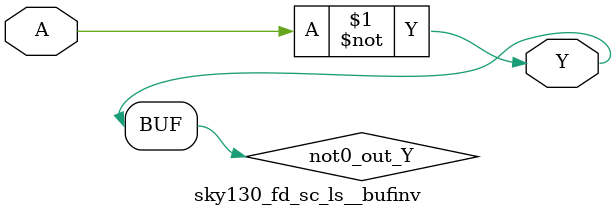
<source format=v>
/*
 * Copyright 2020 The SkyWater PDK Authors
 *
 * Licensed under the Apache License, Version 2.0 (the "License");
 * you may not use this file except in compliance with the License.
 * You may obtain a copy of the License at
 *
 *     https://www.apache.org/licenses/LICENSE-2.0
 *
 * Unless required by applicable law or agreed to in writing, software
 * distributed under the License is distributed on an "AS IS" BASIS,
 * WITHOUT WARRANTIES OR CONDITIONS OF ANY KIND, either express or implied.
 * See the License for the specific language governing permissions and
 * limitations under the License.
 *
 * SPDX-License-Identifier: Apache-2.0
*/


`ifndef SKY130_FD_SC_LS__BUFINV_FUNCTIONAL_V
`define SKY130_FD_SC_LS__BUFINV_FUNCTIONAL_V

/**
 * bufinv: Buffer followed by inverter.
 *
 * Verilog simulation functional model.
 */

`timescale 1ns / 1ps
`default_nettype none

`celldefine
module sky130_fd_sc_ls__bufinv (
    Y,
    A
);

    // Module ports
    output Y;
    input  A;

    // Local signals
    wire not0_out_Y;

    //  Name  Output      Other arguments
    not not0 (not0_out_Y, A              );
    buf buf0 (Y         , not0_out_Y     );

endmodule
`endcelldefine

`default_nettype wire
`endif  // SKY130_FD_SC_LS__BUFINV_FUNCTIONAL_V
</source>
